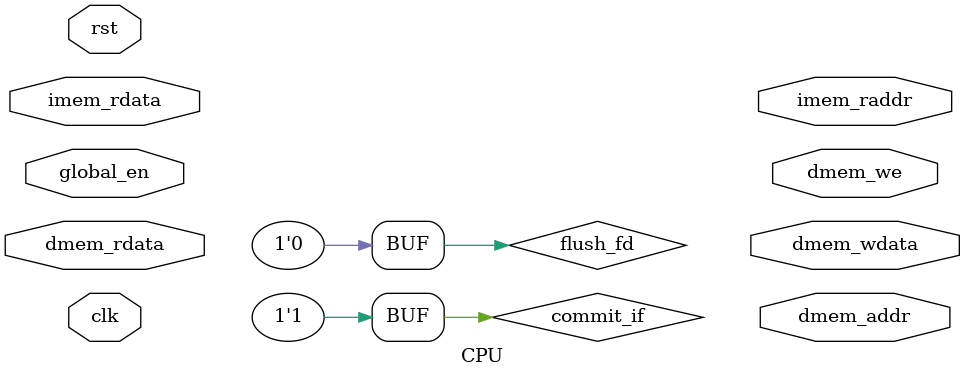
<source format=v>
module CPU (
    input                   [ 0 : 0]            clk,
    input                   [ 0 : 0]            rst,

    input                   [ 0 : 0]            global_en,

/* ------------------------------ Memory (inst) ----------------------------- */
    output                  [31 : 0]            imem_raddr,
    input                   [31 : 0]            imem_rdata,

/* ------------------------------ Memory (data) ----------------------------- */
    input                   [31 : 0]            dmem_rdata, 
    output                  [ 0 : 0]            dmem_we,    
    output                  [31 : 0]            dmem_addr,  
    output                  [31 : 0]            dmem_wdata

);

reg [0:0] flush_fd = 0;

//IF
wire [31:0] pcadd4_if,pc_if,inst_if;

//ID
wire [31:0] pcadd4_id,pc_id,inst_id,imm_id,rf_rd0_id,rf_rd1_id;
wire [4:0]  alu_op_id,rf_wa_id,rf_ra0_id,rf_ra1_id;
wire [3:0]  dmem_access_id,br_type_id;
wire [1:0]  rf_wd_sel_id;
wire [0:0]  commit_id,rf_we_id,alu_src0_sel_id,alu_src1_sel_id;
//EX
wire [31:0] pcadd4_ex,pc_ex,inst_ex,rf_rd0_ex,rf_rd1_ex,imm_ex,alu_res_ex,rf_rd0_raw_ex,rf_rd1_raw_ex;
wire [4:0]  alu_op_ex,rf_ra0_ex,rf_ra1_ex,rf_wa_ex;
wire [3:0]  dmem_access_ex,br_type_ex;
wire [1:0]  rf_wd_sel_ex,npc_sel_ex;
wire [0:0]  alu_src0_sel_ex,alu_src1_sel_ex,rf_we_ex,commit_ex;
//MEM
wire [31:0] pcadd4_mem,pc_mem,inst_mem,alu_res_mem,dmem_rd_out_mem,rf_rd1_mem;
wire [4:0]  rf_wa_mem;
wire [3:0]  dmem_access_mem;
wire [1:0]  rf_wd_sel_mem;
wire [0:0]  rf_we_mem,commit_mem;
//WB
wire [31:0] pcadd4_wb,pc_wb,inst_wb,alu_res_wb,dmem_rd_out_wb;
wire [4:0]  rf_wa_wb;
wire [1:0]  rf_wd_sel_wb;
wire [0:0]  rf_we_wb,commit_wb;

wire [31:0] cur_npc;

wire [0:0] dmem_en,rf_rd0_fe,rf_rd1_fe;
wire [31:0] data_r0,data_r1,res0,res1,alu_res,wd_res,rf_rd0_fd,rf_rd1_fd;
wire [31:0] dmem_rd_out,dmem_rd_in,dmem_wd_out;

wire [0:0] stall_pc,stall_if_id,flush_if_id,flush_id_ex;

//段间寄存器
IF_ID cpu_if_id(
    .clk(clk),
    .en(global_en),
    .rst(rst),
    .pcadd4_if(pcadd4_if),
    .pc_if(pc_if),
    .inst_if(inst_if),
    .stall(stall_if_id),
    .flush(flush_if_id),  
    .commit_if(commit_if),
    .pcadd4_id(pcadd4_id),
    .pc_id(pc_id),
    .inst_id(inst_id),
    .commit_id(commit_id)
);

ID_EX cpu_id_ex(
    .clk(clk),
    .en(global_en),
    .rst(rst),
    .pcadd4_id(pcadd4_id),
    .pc_id(pc_id),
    .inst_id(inst_id),
    .rf_rd0_id(rf_rd0_id),
    .rf_rd1_id(rf_rd1_id),
    .rf_ra0_id(rf_ra0_id),
    .rf_ra1_id(rf_ra1_id),
    .imm_id(imm_id),
    .rf_wa_id(rf_wa_id),
    .rf_we_id(rf_we_id),
    .stall(0),
    .flush(flush_id_ex), 
    .commit_id(commit_id),
    .alu_op_id(alu_op_id),
    .dmem_access_id(dmem_access_id),
    .br_type_id(br_type_id),
    .rf_wd_sel_id(rf_wd_sel_id),
    .alu_src0_sel_id(alu_src0_sel_id),
    .alu_src1_sel_id(alu_src1_sel_id),
    .pcadd4_ex(pcadd4_ex),
    .pc_ex(pc_ex),
    .inst_ex(inst_ex),
    .rf_rd0_ex(rf_rd0_raw_ex),
    .rf_rd1_ex(rf_rd1_raw_ex),
    .rf_ra0_ex(rf_ra0_ex),
    .rf_ra1_ex(rf_ra1_ex),
    .imm_ex(imm_ex),
    .rf_wa_ex(rf_wa_ex),
    .commit_ex(commit_ex),
    .rf_we_ex(rf_we_ex),
    .alu_op_ex(alu_op_ex),
    .dmem_access_ex(dmem_access_ex),
    .br_type_ex(br_type_ex),
    .rf_wd_sel_ex(rf_wd_sel_ex),
    .alu_src0_sel_ex(alu_src0_sel_ex),
    .alu_src1_sel_ex(alu_src1_sel_ex)
);

EX_MEM cpu_ex_mem(
    .clk(clk),
    .en(global_en),
    .rst(rst),
    .pcadd4_ex(pcadd4_ex),
    .pc_ex(pc_ex),
    .inst_ex(inst_ex),
    .alu_res_ex(alu_res_ex),
    .rf_rd1_ex(rf_rd1_ex),
    .rf_wa_ex(rf_wa_ex),
    .rf_we_ex(rf_we_ex),
    .rf_wd_sel_ex(rf_wd_sel_ex),
    .dmem_access_ex(dmem_access_ex),
    .stall(0),
    .flush(0), 
    .commit_ex(commit_ex),
    .pcadd4_mem(pcadd4_mem),
    .pc_mem(pc_mem),
    .inst_mem(inst_mem),
    .alu_res_mem(alu_res_mem),
    .rf_rd1_mem(rf_rd1_mem),
    .rf_wa_mem(rf_wa_mem),
    .commit_mem(commit_mem),
    .rf_we_mem(rf_we_mem),
    .rf_wd_sel_mem(rf_wd_sel_mem),
    .dmem_access_mem(dmem_access_mem)
);

MEM_WB cpu_mem_wb(
    .clk(clk),
    .en(global_en),
    .rst(rst),
    .pcadd4_mem(pcadd4_mem),
    .pc_mem(pc_mem),
    .inst_mem(inst_mem),
    .alu_res_mem(alu_res_mem),
    .dmem_rd_out_mem(dmem_rd_out_mem),
    .rf_wa_mem(rf_wa_mem),
    .rf_we_mem(rf_we_mem),
    .rf_wd_sel_mem(rf_wd_sel_mem),
    .stall(0),
    .flush(0), 
    .commit_mem(commit_mem),
    .pcadd4_wb(pcadd4_wb),
    .pc_wb(pc_wb),
    .inst_wb(inst_wb),
    .alu_res_wb(alu_res_wb),
    .dmem_rd_out_wb(dmem_rd_out_wb),
    .rf_wa_wb(rf_wa_wb),
    .commit_wb(commit_wb),
    .rf_we_wb(rf_we_wb),
    .rf_wd_sel_wb(rf_wd_sel_wb)
);

Fowarding my_foward(
    .rf_we_mem(rf_we_mem),
    .rf_we_wb(rf_we_wb),
    .rf_wa_mem(rf_wa_mem),
    .rf_wa_wb(rf_wa_wb),
    .rf_wd_mem(alu_res_mem),
    .rf_wd_wb(wd_res),
    .rf_ra0_ex(rf_ra0_ex),
    .rf_ra1_ex(rf_ra1_ex),  
    .rf_rd0_fe(rf_rd0_fe),
    .rf_rd1_fe(rf_rd1_fe),
    .rf_rd0_fd(rf_rd0_fd),
    .rf_rd1_fd(rf_rd1_fd)
);

SegCtrl my_seg(
    .rf_we_ex(rf_we_ex),
    .rf_wd_sel_ex(rf_wd_sel_ex),
    .rf_wa_ex(rf_wa_ex),
    .rf_ra0_id(rf_ra0_id),
    .rf_ra1_id(rf_ra1_id),
    .npc_sel_ex(npc_sel),
    .stall_pc(stall_pc),
    .stall_if_id(stall_if_id),
    .flush_if_id(flush_if_id),
    .flush_id_ex(flush_id_ex)
);

PC my_pc (
    .clk    (clk        ),
    .rst    (rst        ),
    .en     (global_en  ), 
    .stall_pc(stall_pc),  
    .npc    (cur_npc    ),
    .pc     (pc_if     )
);

pc_adder my_adder(
    .pc(pc_if),
    .npc(pcadd4_if)
);

npc_mux my_npc_mux(
    .pc_add4(pcadd4_if),
    .pc_offset(alu_res_ex),
    .pc_j(alu_res_ex&-1),
    .npc_sel(npc_sel_ex),
    .npc(cur_npc)
);

INST_MEM my_im(
    .clk(clk),
    .a((pc_if - 32'h00400000) / 4),
    .d(0),
    .we(0),
    .spo(inst_if)
);

DATA_MEM my_dm(
    .clk(clk),
    .a((alu_res_mem - 32'h80000000) / 4),
    .d(dmem_wd_out),
    .we(dmem_en),
    .spo(dmem_rd_in)
);

DECODER my_decoder(
    .inst(inst_id),
    .alu_op(alu_op_id),
    .dmem_access(dmem_access_id),
    .imm(imm_id),
    .rf_ra0(rf_ra0_id),
    .rf_ra1(rf_ra1_id),
    .rf_wa(rf_wa_id),
    .rf_we(rf_we_id),
    .rf_wd_sel(rf_wd_sel_id),
    .alu_src0_sel(alu_src0_sel_id),
    .alu_src1_sel(alu_src1_sel_id),
    .br_type(br_type_id)
);

MUX1 my_mux0(
    .src0(rf_rd0_ex),
    .src1(pc_ex),
    .sel(alu_src0_sel_ex),
    .res(res0)
);

MUX1 my_mux1(
    .src0(rf_rd1_ex),
    .src1(imm_ex),
    .sel(alu_src1_sel_ex),
    .res(res1)
);

MUX1 mux_rd0(
    .src0(rf_rd0_raw_ex),
    .src1(rf_rd0_fd),
    .sel(rf_rd0_fe),
    .res(rf_rd0_ex)
);

MUX1 mux_rd1(
    .src0(rf_rd1_raw_ex),
    .src1(rf_rd1_fd),
    .sel(rf_rd1_fe),
    .res(rf_rd1_ex)
);

MUX2 my_mux(
    .src0(pcadd4_wb),
    .src1(alu_res_wb),
    .src2(dmem_rd_out_wb),
    .src3(0),
    .sel(rf_wd_sel_wb),
    .res(wd_res)
);

BRANCH my_branch(
    .br_type(br_type_ex),
    .br_src0(rf_rd0_ex),
    .br_src1(rf_rd1_ex),
    .npc_sel(npc_sel)
);

SLU my_slu(
    .addr(alu_res_mem),
    .dmem_access(dmem_access_mem),   
    .rd_in(dmem_rd_in),
    .wd_in(rf_rd1_mem),
    .rd_out(dmem_rd_out_mem),
    .wd_out(dmem_wd_out),
    .wd_we(dmem_en)
);

ALU my_alu(
    .alu_src0(res0),
    .alu_src1(res1),
    .alu_op(alu_op_ex),
    .alu_res(alu_res_ex)
);

REG_FILE my_reg(
    .clk(clk),
    .rf_ra0(rf_ra0_id),
    .rf_ra1(rf_ra1_id),
    .rf_wa(rf_wa_wb),
    .rf_we(rf_we_wb),
    .rf_wd(wd_res),
    .debug_reg_ra(debug_reg_ra),
    .debug_reg_rd(debug_reg_rd),
    .rf_rd0(rf_rd0_id),
    .rf_rd1(rf_rd1_id)
);

/* -------------------------------------------------------------------------- */
/*                                    Commit                                  */
/* -------------------------------------------------------------------------- */

    wire [ 0 : 0] commit_if     ;
    assign commit_if = 1'H1;

    reg  [ 0 : 0]   commit_reg          ;
    reg  [31 : 0]   commit_pc_reg       ;
    reg  [31 : 0]   commit_inst_reg     ;
    reg  [ 0 : 0]   commit_halt_reg     ;
    reg  [ 0 : 0]   commit_reg_we_reg   ;
    reg  [ 4 : 0]   commit_reg_wa_reg   ;
    reg  [31 : 0]   commit_reg_wd_reg   ;
    reg  [ 0 : 0]   commit_dmem_we_reg  ;
    reg  [31 : 0]   commit_dmem_wa_reg  ;
    reg  [31 : 0]   commit_dmem_wd_reg  ;

    always @(posedge clk) begin
        if (rst) begin
            commit_reg          <= 1'H0;
            commit_pc_reg       <= 32'H0;
            commit_inst_reg     <= 32'H0;
            commit_halt_reg     <= 1'H0;
            commit_reg_we_reg   <= 1'H0;
            commit_reg_wa_reg   <= 5'H0;
            commit_reg_wd_reg   <= 32'H0;
            commit_dmem_we_reg  <= 1'H0;
            commit_dmem_wa_reg  <= 32'H0;
            commit_dmem_wd_reg  <= 32'H0;
        end
        else if (global_en) begin
            commit_reg          <= commit_wb;
            commit_pc_reg       <= pc_wb;       
            commit_inst_reg     <= inst_wb;      
            commit_halt_reg     <= (inst_wb == 32'h00100073);      
            commit_reg_we_reg   <= rf_we_wb;      
            commit_reg_wa_reg   <= rf_wa_wb;       
            commit_reg_wd_reg   <= wd_res;      
            commit_dmem_we_reg  <= dmem_en;
            commit_dmem_wa_reg  <= alu_res_wb;
            commit_dmem_wd_reg  <= dmem_wd_out;
        end
    end

    assign commit               = commit_reg;
    assign commit_pc            = commit_pc_reg;
    assign commit_inst          = commit_inst_reg;
    assign commit_halt          = commit_halt_reg;
    assign commit_reg_we        = commit_reg_we_reg;
    assign commit_reg_wa        = commit_reg_wa_reg;
    assign commit_reg_wd        = commit_reg_wd_reg;
    assign commit_dmem_we       = commit_dmem_we_reg;
    assign commit_dmem_wa       = commit_dmem_wa_reg;
    assign commit_dmem_wd       = commit_dmem_wd_reg;
endmodule
</source>
